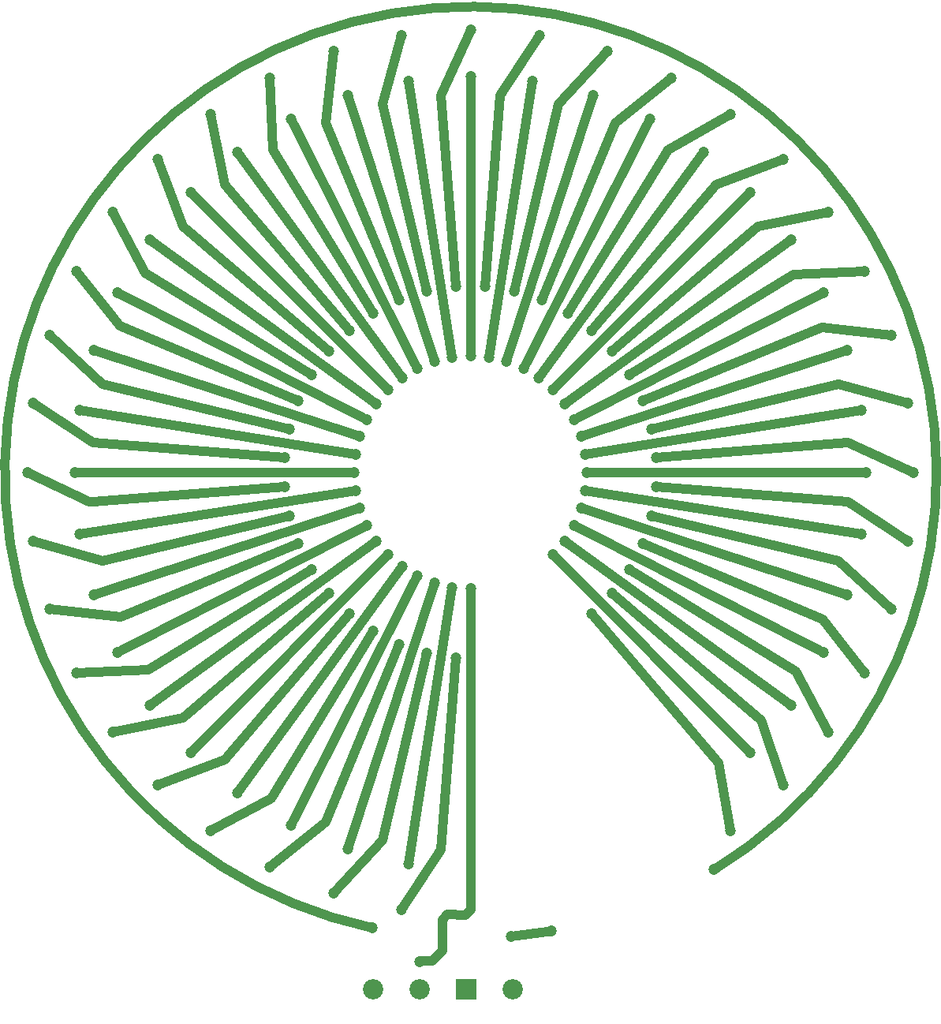
<source format=gbr>
%TF.GenerationSoftware,Altium Limited,Altium Designer,21.9.2 (33)*%
G04 Layer_Physical_Order=1*
G04 Layer_Color=255*
%FSLAX45Y45*%
%MOMM*%
%TF.SameCoordinates,587BC58A-32DF-419A-8411-CC1EB37CAFE9*%
%TF.FilePolarity,Positive*%
%TF.FileFunction,Copper,L1,Top,Signal*%
%TF.Part,Single*%
G01*
G75*
%TA.AperFunction,Conductor*%
%ADD10C,1.00000*%
%TA.AperFunction,ViaPad*%
%ADD11C,2.17500*%
%ADD12R,2.17500X2.17500*%
%ADD13C,1.20000*%
D10*
X2613773Y-4265293D02*
G03*
X-1054166Y-4889289I-2612327J4263302D01*
G01*
X437032Y-4980773D02*
G03*
X869304Y-4923864I-435587J4978783D01*
G01*
X-546173Y-5246173D02*
X-413869D01*
X-300000Y-4802089D02*
X-300000Y-4802089D01*
X-300000Y-5132304D02*
Y-4802089D01*
X-550000Y-5250000D02*
X-546173Y-5246173D01*
X-413869D02*
X-300000Y-5132304D01*
X-318636Y-4048649D02*
X-156918Y-1993834D01*
X-743063Y-4691513D02*
X-318636Y-4048649D01*
X-948061Y-3948958D02*
X-466891Y-1944739D01*
X-1467829Y-4517512D02*
X-948061Y-3948958D01*
X-1554144Y-3752035D02*
X-765367Y-1847758D01*
X-2156452Y-4232275D02*
X-1554144Y-3752035D01*
X-2142241Y-3495820D02*
X-1044997Y-1705280D01*
X-2791976Y-3842825D02*
X-2142241Y-3495820D01*
X-2637518Y-3088137D02*
X-1298896Y-1520811D01*
X-3358753Y-3358753D02*
X-2637518Y-3088137D01*
X-3088140Y-2637521D02*
X-1520811Y-1298896D01*
X-3842825Y-2791976D02*
X-3088140Y-2637521D01*
X-3462719Y-2121957D02*
X-1705280Y-1044997D01*
X-4232275Y-2156452D02*
X-3462719Y-2121957D01*
X-3752035Y-1554144D02*
X-1847758Y-765367D01*
X-4517512Y-1467829D02*
X-3752035Y-1554144D01*
X-3948958Y-948061D02*
X-1944739Y-466891D01*
X-4691513Y-743063D02*
X-3948958Y-948061D01*
X-4048649Y-318636D02*
X-1993834Y-156918D01*
X-4090664Y-318373D02*
X-4048649Y-318636D01*
X-4749994Y0D02*
X-4090664Y-318373D01*
X-4048654Y318636D02*
X-1993834Y156918D01*
X-4691513Y743063D02*
X-4048654Y318636D01*
X-3948963Y948062D02*
X-1944739Y466891D01*
X-4517512Y1467829D02*
X-3948963Y948062D01*
X-3765690Y1569000D02*
X-1847758Y765367D01*
X-4232275Y2156452D02*
X-3765690Y1569000D01*
X-3495825Y2142244D02*
X-1705280Y1044997D01*
X-3842825Y2791976D02*
X-3495825Y2142244D01*
X-3088140Y2637521D02*
X-1520811Y1298896D01*
X-3358753Y3358753D02*
X-3088140Y2637521D01*
X-2637518Y3088136D02*
X-1298896Y1520811D01*
X-2791976Y3842825D02*
X-2637518Y3088136D01*
X-2121957Y3462719D02*
X-1044997Y1705280D01*
X-2156452Y4232275D02*
X-2121957Y3462719D01*
X-1554143Y3752034D02*
X-765367Y1847758D01*
X-1554143Y3752034D02*
X-1467829Y4517512D01*
X-948062Y3948962D02*
X-466891Y1944739D01*
X-948062Y3948962D02*
X-743063Y4691513D01*
X-318636Y4048648D02*
X-156918Y1993834D01*
X-318636Y4048648D02*
X0Y4749994D01*
X156918Y1993834D02*
X318636Y4048653D01*
X743063Y4691513D01*
X466891Y1944739D02*
X948062Y3948962D01*
X1467829Y4517512D01*
X765367Y1847758D02*
X1554142Y3752030D01*
X2156452Y4232275D01*
X1044997Y1705280D02*
X2121957Y3462719D01*
X2791976Y3842825D01*
X1298896Y1520811D02*
X2637521Y3088140D01*
X3358753Y3358753D01*
X1520811Y1298896D02*
X3088140Y2637521D01*
X3842825Y2791976D01*
X1705280Y1044997D02*
X3462719Y2121957D01*
X4232275Y2156452D01*
X1847758Y765367D02*
X3772196Y1553294D01*
X4517512Y1467829D01*
X1944739Y466891D02*
X3948958Y948061D01*
X4691513Y743063D01*
X1993834Y156918D02*
X4048648Y318635D01*
X4749994Y0D01*
X1993834Y-156918D02*
X4048648Y-318636D01*
X4691513Y-743063D01*
X1944739Y-466891D02*
X3948962Y-948062D01*
X4517512Y-1467829D01*
X1847758Y-765367D02*
X3776668Y-1573600D01*
X4232275Y-2156452D01*
X1705280Y-1044997D02*
X3493038Y-2132565D01*
X3842825Y-2791976D01*
X1520811Y-1298896D02*
X3117661Y-2662734D01*
X3358753Y-3358753D01*
X1298896Y-1520811D02*
X2662734Y-3117661D01*
X2791976Y-3842825D01*
X883883Y-883883D02*
X3005200Y-3005200D01*
X1011271Y-734732D02*
X3438319Y-2498085D01*
X1113758Y-567488D02*
X3786774Y-1929458D01*
X1188820Y-386271D02*
X4041986Y-1313321D01*
X1234610Y-195543D02*
X4197671Y-664846D01*
X1250000Y0D02*
X4249996D01*
X1234610Y195543D02*
X1234610Y195543D01*
X4197671Y664846D01*
X1188820Y386271D02*
X4041986Y1313321D01*
X1113758Y567488D02*
X3786774Y1929458D01*
X1011271Y734731D02*
X3438319Y2498085D01*
X883883Y883883D02*
X3005201Y3005201D01*
X734731Y1011271D02*
X2498085Y3438319D01*
X567488Y1113758D02*
X1929458Y3786774D01*
X386271Y1188821D02*
X1313321Y4041986D01*
X195543Y1234610D02*
X664846Y4197671D01*
X0Y1250000D02*
Y4249996D01*
X-664846Y4197671D02*
X-195543Y1234610D01*
X-1313321Y4041984D02*
X-386271Y1188820D01*
X-1929457Y3786772D02*
X-567488Y1113758D01*
X-2498083Y3438317D02*
X-734732Y1011271D01*
X-3005199Y3005199D02*
X-883883Y883883D01*
X-3438317Y2498083D02*
X-1011271Y734731D01*
X-3786772Y1929457D02*
X-1113758Y567488D01*
X-4041984Y1313320D02*
X-1188820Y386271D01*
X-4197669Y664846D02*
X-1234610Y195543D01*
X-4249994Y0D02*
X-1250000D01*
X-4197669Y-664846D02*
X-1234610Y-195543D01*
X-4041986Y-1313320D02*
X-1188821Y-386271D01*
X-3786774Y-1929457D02*
X-1113758Y-567488D01*
X-3438319Y-2498085D02*
X-1011271Y-734731D01*
X-3005201Y-3005201D02*
X-883883Y-883883D01*
X-2498085Y-3438319D02*
X-734731Y-1011271D01*
X-1929458Y-3786774D02*
X-567488Y-1113758D01*
X-1313321Y-4041986D02*
X-386271Y-1188820D01*
X-664846Y-4197671D02*
X-195543Y-1234610D01*
X0Y-4691414D02*
Y-1250000D01*
X-58579Y-4749993D02*
X0Y-4691414D01*
X-252131Y-4740971D02*
X-58579Y-4749993D01*
X-300000Y-4802089D02*
X-252131Y-4740971D01*
D11*
X-1050000Y-5550000D02*
D03*
X450000D02*
D03*
X-550000D02*
D03*
D12*
X-50000D02*
D03*
D13*
X-550000Y-5250000D02*
D03*
X-156918Y-1993834D02*
D03*
X-743063Y-4691513D02*
D03*
X-466891Y-1944739D02*
D03*
X-1467829Y-4517512D02*
D03*
X-765367Y-1847758D02*
D03*
X-2156452Y-4232275D02*
D03*
X-1044997Y-1705280D02*
D03*
X-2791976Y-3842825D02*
D03*
X-1298896Y-1520811D02*
D03*
X-3358753Y-3358753D02*
D03*
X-1520811Y-1298896D02*
D03*
X-3842825Y-2791976D02*
D03*
X-1705280Y-1044997D02*
D03*
X-4232275Y-2156452D02*
D03*
X-1847758Y-765367D02*
D03*
X-4517512Y-1467829D02*
D03*
X-1944739Y-466891D02*
D03*
X-4691513Y-743063D02*
D03*
X-1993834Y-156918D02*
D03*
X-4749994Y0D02*
D03*
X-1993834Y156918D02*
D03*
X-4691513Y743063D02*
D03*
X-1944739Y466891D02*
D03*
X-4517512Y1467829D02*
D03*
X-1847758Y765367D02*
D03*
X-4232275Y2156452D02*
D03*
X-1705280Y1044997D02*
D03*
X-3842825Y2791976D02*
D03*
X-1520811Y1298896D02*
D03*
X-3358753Y3358753D02*
D03*
X-1298896Y1520811D02*
D03*
X-2791976Y3842825D02*
D03*
X-1044997Y1705280D02*
D03*
X-2156452Y4232275D02*
D03*
X-765367Y1847758D02*
D03*
X-1467829Y4517512D02*
D03*
X-466891Y1944739D02*
D03*
X-743063Y4691513D02*
D03*
X-156918Y1993834D02*
D03*
X0Y4749994D02*
D03*
X156918Y1993834D02*
D03*
X743063Y4691513D02*
D03*
X466891Y1944739D02*
D03*
X1467829Y4517512D02*
D03*
X765367Y1847758D02*
D03*
X2156452Y4232275D02*
D03*
X1044997Y1705280D02*
D03*
X2791976Y3842825D02*
D03*
X1298896Y1520811D02*
D03*
X3358753Y3358753D02*
D03*
X1520811Y1298896D02*
D03*
X3842825Y2791976D02*
D03*
X1705280Y1044997D02*
D03*
X4232275Y2156452D02*
D03*
X1847758Y765367D02*
D03*
X4517512Y1467829D02*
D03*
X1944739Y466891D02*
D03*
X4691513Y743063D02*
D03*
X1993834Y156918D02*
D03*
X4749994Y0D02*
D03*
X1993834Y-156918D02*
D03*
X4691513Y-743063D02*
D03*
X1944739Y-466891D02*
D03*
X4517512Y-1467829D02*
D03*
X1847758Y-765367D02*
D03*
X4232275Y-2156452D02*
D03*
X1705280Y-1044997D02*
D03*
X3842825Y-2791976D02*
D03*
X1520811Y-1298896D02*
D03*
X3358753Y-3358753D02*
D03*
X1298896Y-1520811D02*
D03*
X2791976Y-3842825D02*
D03*
X883883Y-883883D02*
D03*
X3005200Y-3005200D02*
D03*
X1011271Y-734732D02*
D03*
X3438319Y-2498085D02*
D03*
X1113758Y-567488D02*
D03*
X3786774Y-1929458D02*
D03*
X1188820Y-386271D02*
D03*
X4041986Y-1313321D02*
D03*
X1234610Y-195543D02*
D03*
X4197671Y-664846D02*
D03*
X1250000Y0D02*
D03*
X4249996D02*
D03*
X1234610Y195543D02*
D03*
X4197671Y664846D02*
D03*
X1188820Y386271D02*
D03*
X4041986Y1313321D02*
D03*
X1113758Y567488D02*
D03*
X3786774Y1929458D02*
D03*
X1011271Y734731D02*
D03*
X3438319Y2498085D02*
D03*
X883883Y883883D02*
D03*
X3005201Y3005201D02*
D03*
X734731Y1011271D02*
D03*
X2498085Y3438319D02*
D03*
X567488Y1113758D02*
D03*
X1929458Y3786774D02*
D03*
X386271Y1188821D02*
D03*
X1313321Y4041986D02*
D03*
X195543Y1234610D02*
D03*
X664846Y4197671D02*
D03*
X0Y1250000D02*
D03*
Y4249996D02*
D03*
X-195543Y1234610D02*
D03*
X-664846Y4197671D02*
D03*
X-386271Y1188821D02*
D03*
X-1313320Y4041984D02*
D03*
X-567488Y1113758D02*
D03*
X-1929457Y3786772D02*
D03*
X-734732Y1011271D02*
D03*
X-2498083Y3438317D02*
D03*
X-883883Y883883D02*
D03*
X-3005199Y3005199D02*
D03*
X-1011271Y734731D02*
D03*
X-3438317Y2498083D02*
D03*
X-1113758Y567488D02*
D03*
X-3786772Y1929457D02*
D03*
X-1188820Y386271D02*
D03*
X-4041984Y1313320D02*
D03*
X-1234610Y195543D02*
D03*
X-4197669Y664846D02*
D03*
X-1250000Y0D02*
D03*
X-4249994D02*
D03*
X-1234610Y-195543D02*
D03*
X-4197669Y-664846D02*
D03*
X-1188821Y-386271D02*
D03*
X-4041986Y-1313320D02*
D03*
X-1113758Y-567488D02*
D03*
X-3786774Y-1929457D02*
D03*
X-1011271Y-734731D02*
D03*
X-3438319Y-2498085D02*
D03*
X-883883Y-883883D02*
D03*
X-3005201Y-3005201D02*
D03*
X-734731Y-1011271D02*
D03*
X-2498085Y-3438319D02*
D03*
X-567488Y-1113758D02*
D03*
X-1929458Y-3786774D02*
D03*
X-386271Y-1188820D02*
D03*
X-1313321Y-4041986D02*
D03*
X-195543Y-1234610D02*
D03*
X-664846Y-4197671D02*
D03*
X0Y-1250000D02*
D03*
X-1054166Y-4889289D02*
D03*
X437032Y-4980773D02*
D03*
X869304Y-4923864D02*
D03*
X2612493Y-4263201D02*
D03*
%TF.MD5,e5b34cdb0b1488eda32bb5285677360e*%
M02*

</source>
